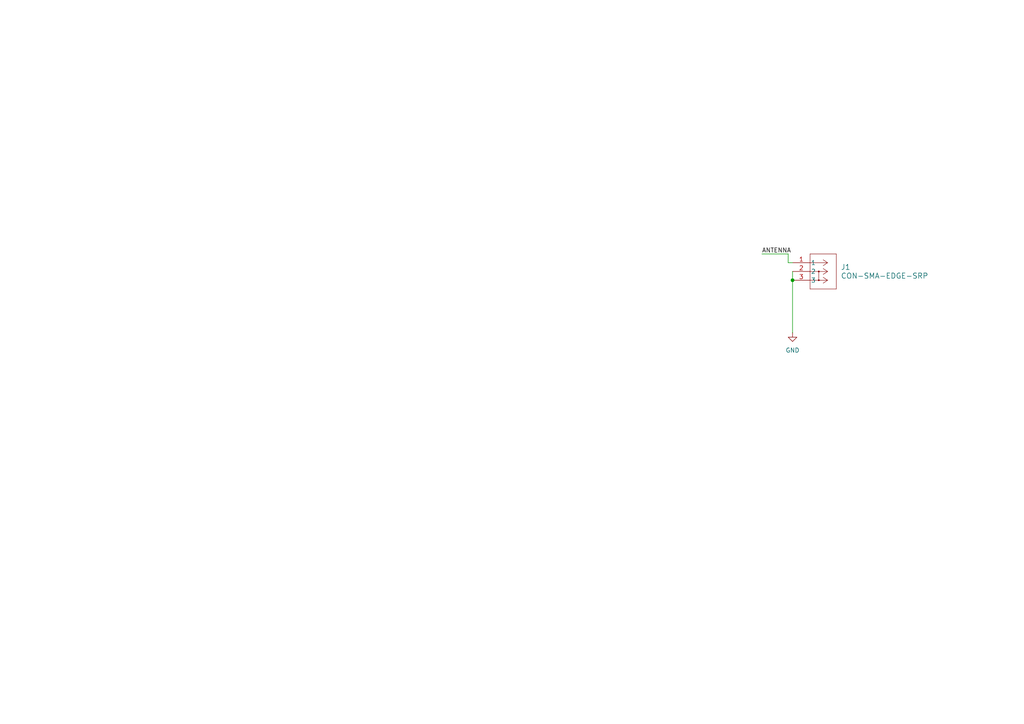
<source format=kicad_sch>
(kicad_sch
	(version 20250114)
	(generator "eeschema")
	(generator_version "9.0")
	(uuid "f3b6c4e6-c8f4-472a-863e-02a047846ae7")
	(paper "A4")
	(lib_symbols
		(symbol "SMA_EdgeLaunch:CON-SMA-EDGE-SRP"
			(pin_names
				(offset 0.254)
			)
			(exclude_from_sim no)
			(in_bom yes)
			(on_board yes)
			(property "Reference" "J"
				(at 8.89 6.35 0)
				(effects
					(font
						(size 1.524 1.524)
					)
				)
			)
			(property "Value" "CON-SMA-EDGE-SRP"
				(at 0 0 0)
				(effects
					(font
						(size 1.524 1.524)
					)
				)
			)
			(property "Footprint" "CON-SMA-EDGE-SRP_RFS"
				(at 0 0 0)
				(effects
					(font
						(size 1.27 1.27)
						(italic yes)
					)
					(hide yes)
				)
			)
			(property "Datasheet" "CON-SMA-EDGE-SRP"
				(at 0 0 0)
				(effects
					(font
						(size 1.27 1.27)
						(italic yes)
					)
					(hide yes)
				)
			)
			(property "Description" ""
				(at 0 0 0)
				(effects
					(font
						(size 1.27 1.27)
					)
					(hide yes)
				)
			)
			(property "ki_locked" ""
				(at 0 0 0)
				(effects
					(font
						(size 1.27 1.27)
					)
				)
			)
			(property "ki_keywords" "CON-SMA-EDGE-SRP"
				(at 0 0 0)
				(effects
					(font
						(size 1.27 1.27)
					)
					(hide yes)
				)
			)
			(property "ki_fp_filters" "CON-SMA-EDGE-SRP_RFS"
				(at 0 0 0)
				(effects
					(font
						(size 1.27 1.27)
					)
					(hide yes)
				)
			)
			(symbol "CON-SMA-EDGE-SRP_1_1"
				(polyline
					(pts
						(xy 5.08 2.54) (xy 5.08 -7.62)
					)
					(stroke
						(width 0.127)
						(type default)
					)
					(fill
						(type none)
					)
				)
				(polyline
					(pts
						(xy 5.08 -7.62) (xy 12.7 -7.62)
					)
					(stroke
						(width 0.127)
						(type default)
					)
					(fill
						(type none)
					)
				)
				(polyline
					(pts
						(xy 7.62 -2.54) (xy 7.62 -5.08)
					)
					(stroke
						(width 0.127)
						(type default)
					)
					(fill
						(type none)
					)
				)
				(circle
					(center 7.62 -2.54)
					(radius 0.127)
					(stroke
						(width 0.254)
						(type default)
					)
					(fill
						(type none)
					)
				)
				(circle
					(center 7.62 -5.08)
					(radius 0.127)
					(stroke
						(width 0.254)
						(type default)
					)
					(fill
						(type none)
					)
				)
				(polyline
					(pts
						(xy 10.16 0) (xy 5.08 0)
					)
					(stroke
						(width 0.127)
						(type default)
					)
					(fill
						(type none)
					)
				)
				(polyline
					(pts
						(xy 10.16 0) (xy 8.89 0.8467)
					)
					(stroke
						(width 0.127)
						(type default)
					)
					(fill
						(type none)
					)
				)
				(polyline
					(pts
						(xy 10.16 0) (xy 8.89 -0.8467)
					)
					(stroke
						(width 0.127)
						(type default)
					)
					(fill
						(type none)
					)
				)
				(polyline
					(pts
						(xy 10.16 -2.54) (xy 5.08 -2.54)
					)
					(stroke
						(width 0.127)
						(type default)
					)
					(fill
						(type none)
					)
				)
				(polyline
					(pts
						(xy 10.16 -2.54) (xy 8.89 -1.6933)
					)
					(stroke
						(width 0.127)
						(type default)
					)
					(fill
						(type none)
					)
				)
				(polyline
					(pts
						(xy 10.16 -2.54) (xy 8.89 -3.3867)
					)
					(stroke
						(width 0.127)
						(type default)
					)
					(fill
						(type none)
					)
				)
				(polyline
					(pts
						(xy 10.16 -5.08) (xy 5.08 -5.08)
					)
					(stroke
						(width 0.127)
						(type default)
					)
					(fill
						(type none)
					)
				)
				(polyline
					(pts
						(xy 10.16 -5.08) (xy 8.89 -4.2333)
					)
					(stroke
						(width 0.127)
						(type default)
					)
					(fill
						(type none)
					)
				)
				(polyline
					(pts
						(xy 10.16 -5.08) (xy 8.89 -5.9267)
					)
					(stroke
						(width 0.127)
						(type default)
					)
					(fill
						(type none)
					)
				)
				(polyline
					(pts
						(xy 12.7 2.54) (xy 5.08 2.54)
					)
					(stroke
						(width 0.127)
						(type default)
					)
					(fill
						(type none)
					)
				)
				(polyline
					(pts
						(xy 12.7 -7.62) (xy 12.7 2.54)
					)
					(stroke
						(width 0.127)
						(type default)
					)
					(fill
						(type none)
					)
				)
				(pin unspecified line
					(at 0 0 0)
					(length 5.08)
					(name "1"
						(effects
							(font
								(size 1.27 1.27)
							)
						)
					)
					(number "1"
						(effects
							(font
								(size 1.27 1.27)
							)
						)
					)
				)
				(pin unspecified line
					(at 0 -2.54 0)
					(length 5.08)
					(name "2"
						(effects
							(font
								(size 1.27 1.27)
							)
						)
					)
					(number "2"
						(effects
							(font
								(size 1.27 1.27)
							)
						)
					)
				)
				(pin unspecified line
					(at 0 -5.08 0)
					(length 5.08)
					(name "3"
						(effects
							(font
								(size 1.27 1.27)
							)
						)
					)
					(number "3"
						(effects
							(font
								(size 1.27 1.27)
							)
						)
					)
				)
			)
			(symbol "CON-SMA-EDGE-SRP_1_2"
				(polyline
					(pts
						(xy 5.08 2.54) (xy 5.08 -7.62)
					)
					(stroke
						(width 0.127)
						(type default)
					)
					(fill
						(type none)
					)
				)
				(polyline
					(pts
						(xy 5.08 -7.62) (xy 12.7 -7.62)
					)
					(stroke
						(width 0.127)
						(type default)
					)
					(fill
						(type none)
					)
				)
				(polyline
					(pts
						(xy 6.35 -2.54) (xy 6.35 -5.08)
					)
					(stroke
						(width 0.127)
						(type default)
					)
					(fill
						(type none)
					)
				)
				(circle
					(center 6.35 -2.54)
					(radius 0.127)
					(stroke
						(width 0.254)
						(type default)
					)
					(fill
						(type none)
					)
				)
				(circle
					(center 6.35 -5.08)
					(radius 0.127)
					(stroke
						(width 0.254)
						(type default)
					)
					(fill
						(type none)
					)
				)
				(polyline
					(pts
						(xy 7.62 0) (xy 5.08 0)
					)
					(stroke
						(width 0.127)
						(type default)
					)
					(fill
						(type none)
					)
				)
				(polyline
					(pts
						(xy 7.62 0) (xy 8.89 0.8467)
					)
					(stroke
						(width 0.127)
						(type default)
					)
					(fill
						(type none)
					)
				)
				(polyline
					(pts
						(xy 7.62 0) (xy 8.89 -0.8467)
					)
					(stroke
						(width 0.127)
						(type default)
					)
					(fill
						(type none)
					)
				)
				(polyline
					(pts
						(xy 7.62 -2.54) (xy 5.08 -2.54)
					)
					(stroke
						(width 0.127)
						(type default)
					)
					(fill
						(type none)
					)
				)
				(polyline
					(pts
						(xy 7.62 -2.54) (xy 8.89 -1.6933)
					)
					(stroke
						(width 0.127)
						(type default)
					)
					(fill
						(type none)
					)
				)
				(polyline
					(pts
						(xy 7.62 -2.54) (xy 8.89 -3.3867)
					)
					(stroke
						(width 0.127)
						(type default)
					)
					(fill
						(type none)
					)
				)
				(polyline
					(pts
						(xy 7.62 -5.08) (xy 5.08 -5.08)
					)
					(stroke
						(width 0.127)
						(type default)
					)
					(fill
						(type none)
					)
				)
				(polyline
					(pts
						(xy 7.62 -5.08) (xy 8.89 -4.2333)
					)
					(stroke
						(width 0.127)
						(type default)
					)
					(fill
						(type none)
					)
				)
				(polyline
					(pts
						(xy 7.62 -5.08) (xy 8.89 -5.9267)
					)
					(stroke
						(width 0.127)
						(type default)
					)
					(fill
						(type none)
					)
				)
				(polyline
					(pts
						(xy 12.7 2.54) (xy 5.08 2.54)
					)
					(stroke
						(width 0.127)
						(type default)
					)
					(fill
						(type none)
					)
				)
				(polyline
					(pts
						(xy 12.7 -7.62) (xy 12.7 2.54)
					)
					(stroke
						(width 0.127)
						(type default)
					)
					(fill
						(type none)
					)
				)
				(pin unspecified line
					(at 0 0 0)
					(length 5.08)
					(name "1"
						(effects
							(font
								(size 1.27 1.27)
							)
						)
					)
					(number "1"
						(effects
							(font
								(size 1.27 1.27)
							)
						)
					)
				)
				(pin unspecified line
					(at 0 -2.54 0)
					(length 5.08)
					(name "2"
						(effects
							(font
								(size 1.27 1.27)
							)
						)
					)
					(number "2"
						(effects
							(font
								(size 1.27 1.27)
							)
						)
					)
				)
				(pin unspecified line
					(at 0 -5.08 0)
					(length 5.08)
					(name "3"
						(effects
							(font
								(size 1.27 1.27)
							)
						)
					)
					(number "3"
						(effects
							(font
								(size 1.27 1.27)
							)
						)
					)
				)
			)
			(embedded_fonts no)
		)
		(symbol "power:GND"
			(power)
			(pin_numbers
				(hide yes)
			)
			(pin_names
				(offset 0)
				(hide yes)
			)
			(exclude_from_sim no)
			(in_bom yes)
			(on_board yes)
			(property "Reference" "#PWR"
				(at 0 -6.35 0)
				(effects
					(font
						(size 1.27 1.27)
					)
					(hide yes)
				)
			)
			(property "Value" "GND"
				(at 0 -3.81 0)
				(effects
					(font
						(size 1.27 1.27)
					)
				)
			)
			(property "Footprint" ""
				(at 0 0 0)
				(effects
					(font
						(size 1.27 1.27)
					)
					(hide yes)
				)
			)
			(property "Datasheet" ""
				(at 0 0 0)
				(effects
					(font
						(size 1.27 1.27)
					)
					(hide yes)
				)
			)
			(property "Description" "Power symbol creates a global label with name \"GND\" , ground"
				(at 0 0 0)
				(effects
					(font
						(size 1.27 1.27)
					)
					(hide yes)
				)
			)
			(property "ki_keywords" "global power"
				(at 0 0 0)
				(effects
					(font
						(size 1.27 1.27)
					)
					(hide yes)
				)
			)
			(symbol "GND_0_1"
				(polyline
					(pts
						(xy 0 0) (xy 0 -1.27) (xy 1.27 -1.27) (xy 0 -2.54) (xy -1.27 -1.27) (xy 0 -1.27)
					)
					(stroke
						(width 0)
						(type default)
					)
					(fill
						(type none)
					)
				)
			)
			(symbol "GND_1_1"
				(pin power_in line
					(at 0 0 270)
					(length 0)
					(name "~"
						(effects
							(font
								(size 1.27 1.27)
							)
						)
					)
					(number "1"
						(effects
							(font
								(size 1.27 1.27)
							)
						)
					)
				)
			)
			(embedded_fonts no)
		)
	)
	(junction
		(at 229.87 81.28)
		(diameter 0)
		(color 0 0 0 0)
		(uuid "243242bb-c6fc-48db-9198-2e67fd263b5f")
	)
	(wire
		(pts
			(xy 228.6 73.66) (xy 228.6 76.2)
		)
		(stroke
			(width 0)
			(type default)
		)
		(uuid "0d20c84b-d924-46f8-a4fa-dbee2fb95dd1")
	)
	(wire
		(pts
			(xy 220.98 73.66) (xy 228.6 73.66)
		)
		(stroke
			(width 0)
			(type default)
		)
		(uuid "1e6bf641-aa97-484e-a786-0d663de8e6b9")
	)
	(wire
		(pts
			(xy 228.6 76.2) (xy 229.87 76.2)
		)
		(stroke
			(width 0)
			(type default)
		)
		(uuid "7293ad25-ee4d-46d6-a996-e1fefbb2841d")
	)
	(wire
		(pts
			(xy 229.87 78.74) (xy 229.87 81.28)
		)
		(stroke
			(width 0)
			(type default)
		)
		(uuid "7c7358cc-b3e8-44e7-b523-6c38ed049e18")
	)
	(wire
		(pts
			(xy 229.87 96.52) (xy 229.87 81.28)
		)
		(stroke
			(width 0)
			(type default)
		)
		(uuid "c9d0f77b-0340-4df0-af70-3065d05089f5")
	)
	(label "ANTENNA"
		(at 220.98 73.66 0)
		(fields_autoplaced yes)
		(effects
			(font
				(size 1.27 1.27)
			)
			(justify left bottom)
		)
		(uuid "0ee82468-7101-4030-a40a-493008fb98a9")
		(property "ANTENNA" ""
			(at 220.98 74.93 0)
			(effects
				(font
					(size 1.27 1.27)
					(italic yes)
				)
				(justify left)
			)
		)
	)
	(symbol
		(lib_id "SMA_EdgeLaunch:CON-SMA-EDGE-SRP")
		(at 229.87 76.2 0)
		(unit 1)
		(exclude_from_sim no)
		(in_bom yes)
		(on_board yes)
		(dnp no)
		(fields_autoplaced yes)
		(uuid "7d3af733-f508-485e-ad18-b0f0bbe59456")
		(property "Reference" "J1"
			(at 243.84 77.4699 0)
			(effects
				(font
					(size 1.524 1.524)
				)
				(justify left)
			)
		)
		(property "Value" "CON-SMA-EDGE-SRP"
			(at 243.84 80.0099 0)
			(effects
				(font
					(size 1.524 1.524)
				)
				(justify left)
			)
		)
		(property "Footprint" "CON-SMA-EDGE-SRP_RFS"
			(at 229.87 76.2 0)
			(effects
				(font
					(size 1.27 1.27)
					(italic yes)
				)
				(hide yes)
			)
		)
		(property "Datasheet" "CON-SMA-EDGE-SRP"
			(at 229.87 76.2 0)
			(effects
				(font
					(size 1.27 1.27)
					(italic yes)
				)
				(hide yes)
			)
		)
		(property "Description" ""
			(at 229.87 76.2 0)
			(effects
				(font
					(size 1.27 1.27)
				)
				(hide yes)
			)
		)
		(pin "1"
			(uuid "1b5ab160-8c87-4da1-8577-c9a4799eab15")
		)
		(pin "3"
			(uuid "a4218dcc-d45e-4532-923c-a49f56148d03")
		)
		(pin "2"
			(uuid "8b81f222-4272-4a90-8fd2-6d65c29dbffa")
		)
		(instances
			(project ""
				(path "/f3b6c4e6-c8f4-472a-863e-02a047846ae7"
					(reference "J1")
					(unit 1)
				)
			)
		)
	)
	(symbol
		(lib_id "power:GND")
		(at 229.87 96.52 0)
		(unit 1)
		(exclude_from_sim no)
		(in_bom yes)
		(on_board yes)
		(dnp no)
		(fields_autoplaced yes)
		(uuid "d5761b63-87d1-403a-8aaa-72879687bb72")
		(property "Reference" "#PWR01"
			(at 229.87 102.87 0)
			(effects
				(font
					(size 1.27 1.27)
				)
				(hide yes)
			)
		)
		(property "Value" "GND"
			(at 229.87 101.6 0)
			(effects
				(font
					(size 1.27 1.27)
				)
			)
		)
		(property "Footprint" ""
			(at 229.87 96.52 0)
			(effects
				(font
					(size 1.27 1.27)
				)
				(hide yes)
			)
		)
		(property "Datasheet" ""
			(at 229.87 96.52 0)
			(effects
				(font
					(size 1.27 1.27)
				)
				(hide yes)
			)
		)
		(property "Description" "Power symbol creates a global label with name \"GND\" , ground"
			(at 229.87 96.52 0)
			(effects
				(font
					(size 1.27 1.27)
				)
				(hide yes)
			)
		)
		(pin "1"
			(uuid "1b63b4cd-724e-47ce-b002-8dea0cc38dd2")
		)
		(instances
			(project ""
				(path "/f3b6c4e6-c8f4-472a-863e-02a047846ae7"
					(reference "#PWR01")
					(unit 1)
				)
			)
		)
	)
	(sheet_instances
		(path "/"
			(page "1")
		)
	)
	(embedded_fonts no)
)

</source>
